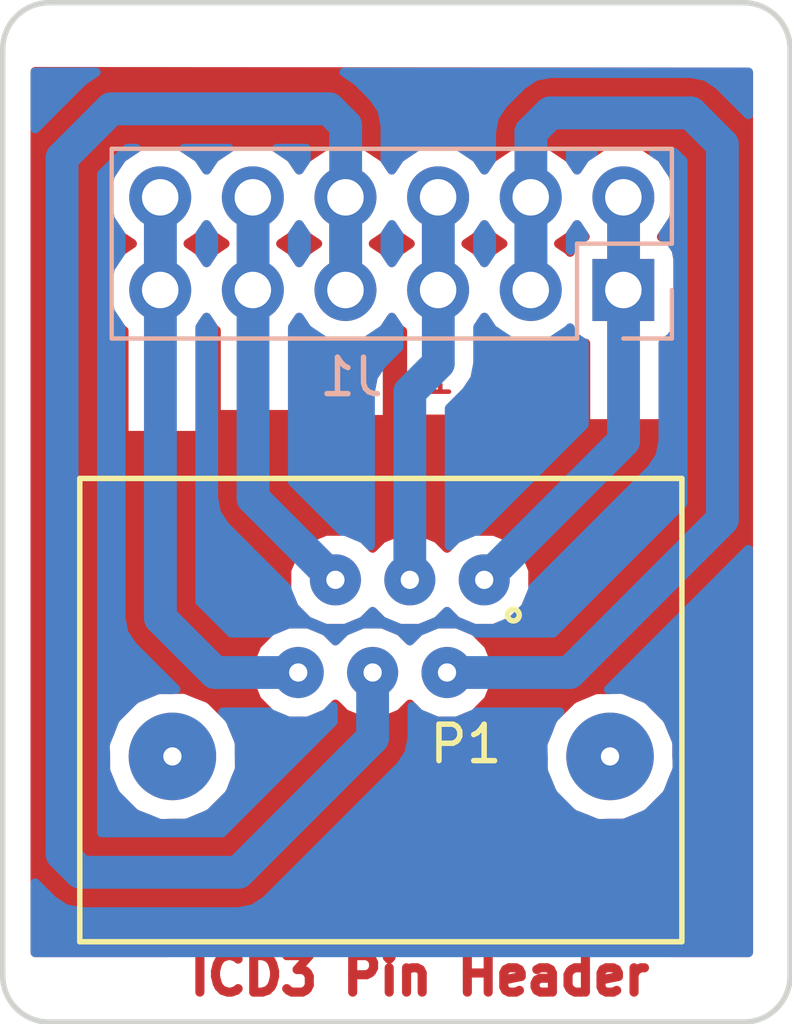
<source format=kicad_pcb>
(kicad_pcb (version 4) (host pcbnew 4.0.7)

  (general
    (links 12)
    (no_connects 0)
    (area 21.514999 16.434999 43.255001 44.525001)
    (thickness 1.6)
    (drawings 15)
    (tracks 34)
    (zones 0)
    (modules 2)
    (nets 7)
  )

  (page A4)
  (layers
    (0 F.Cu signal)
    (31 B.Cu signal)
    (32 B.Adhes user)
    (33 F.Adhes user)
    (34 B.Paste user)
    (35 F.Paste user)
    (36 B.SilkS user)
    (37 F.SilkS user)
    (38 B.Mask user)
    (39 F.Mask user)
    (40 Dwgs.User user)
    (41 Cmts.User user)
    (42 Eco1.User user)
    (43 Eco2.User user)
    (44 Edge.Cuts user)
    (45 Margin user)
    (46 B.CrtYd user)
    (47 F.CrtYd user)
    (48 B.Fab user)
    (49 F.Fab user)
  )

  (setup
    (last_trace_width 0.25)
    (user_trace_width 0.3)
    (user_trace_width 0.5)
    (user_trace_width 0.9)
    (user_trace_width 1)
    (user_trace_width 5)
    (user_trace_width 6)
    (user_trace_width 7)
    (user_trace_width 9)
    (trace_clearance 0.2)
    (zone_clearance 0.508)
    (zone_45_only no)
    (trace_min 0.2)
    (segment_width 0.2)
    (edge_width 0.15)
    (via_size 0.6)
    (via_drill 0.4)
    (via_min_size 0.4)
    (via_min_drill 0.3)
    (uvia_size 0.3)
    (uvia_drill 0.1)
    (uvias_allowed no)
    (uvia_min_size 0.2)
    (uvia_min_drill 0.1)
    (pcb_text_width 0.3)
    (pcb_text_size 1.5 1.5)
    (mod_edge_width 0.15)
    (mod_text_size 1 1)
    (mod_text_width 0.15)
    (pad_size 1.7 1.7)
    (pad_drill 1)
    (pad_to_mask_clearance 0.2)
    (aux_axis_origin 44.45 16.51)
    (visible_elements 7FFFFFFF)
    (pcbplotparams
      (layerselection 0x310f0_80000001)
      (usegerberextensions true)
      (usegerberattributes true)
      (excludeedgelayer true)
      (linewidth 0.100000)
      (plotframeref false)
      (viasonmask false)
      (mode 1)
      (useauxorigin true)
      (hpglpennumber 1)
      (hpglpenspeed 20)
      (hpglpendiameter 15)
      (hpglpenoverlay 2)
      (psnegative false)
      (psa4output false)
      (plotreference false)
      (plotvalue false)
      (plotinvisibletext false)
      (padsonsilk false)
      (subtractmaskfromsilk false)
      (outputformat 1)
      (mirror false)
      (drillshape 0)
      (scaleselection 1)
      (outputdirectory ../gerber/))
  )

  (net 0 "")
  (net 1 pin5)
  (net 2 pin6)
  (net 3 pin4)
  (net 4 pin3)
  (net 5 pin2)
  (net 6 pin1)

  (net_class Default "This is the default net class."
    (clearance 0.2)
    (trace_width 0.25)
    (via_dia 0.6)
    (via_drill 0.4)
    (uvia_dia 0.3)
    (uvia_drill 0.1)
    (add_net pin1)
    (add_net pin2)
    (add_net pin3)
    (add_net pin4)
    (add_net pin5)
    (add_net pin6)
  )

  (module rj12connector:myRJ12 (layer F.Cu) (tedit 59CD1AA6) (tstamp 59CCDEB6)
    (at 29.6926 34.86912)
    (path /59CCD932)
    (fp_text reference P1 (at 4.5974 1.96088) (layer F.SilkS)
      (effects (font (size 1 1) (thickness 0.15)))
    )
    (fp_text value RJ12_Housing (at 4.5974 4.50088) (layer F.Fab)
      (effects (font (size 1 1) (thickness 0.15)))
    )
    (fp_line (start -5.99 -5.32) (end -5.99 7.38) (layer F.SilkS) (width 0.15))
    (fp_line (start -5.99 7.38) (end 10.52 7.38) (layer F.SilkS) (width 0.15))
    (fp_line (start 10.52 7.38) (end 10.52 -5.32) (layer F.SilkS) (width 0.15))
    (fp_line (start 10.52 -5.32) (end -5.99 -5.32) (layer F.SilkS) (width 0.15))
    (fp_circle (center 5.9 -1.575) (end 6 -1.7) (layer F.SilkS) (width 0.15))
    (pad "" np_thru_hole circle (at 8.55 2.3) (size 2.4 2.4) (drill 0.5) (layers *.Cu *.Mask))
    (pad "" np_thru_hole circle (at -3.45 2.3) (size 2.4 2.4) (drill 0.5) (layers *.Cu *.Mask))
    (pad 1 thru_hole circle (at 5.1 -2.54) (size 1.4 1.4) (drill 0.5) (layers *.Cu *.Mask)
      (net 6 pin1))
    (pad 3 thru_hole circle (at 3.06 -2.54) (size 1.4 1.4) (drill 0.5) (layers *.Cu *.Mask)
      (net 4 pin3))
    (pad 5 thru_hole circle (at 1.02 -2.54) (size 1.4 1.4) (drill 0.5) (layers *.Cu *.Mask)
      (net 1 pin5))
    (pad 2 thru_hole circle (at 4.08 0) (size 1.4 1.4) (drill 0.5) (layers *.Cu *.Mask)
      (net 5 pin2))
    (pad 4 thru_hole circle (at 2.04 0) (size 1.4 1.4) (drill 0.5) (layers *.Cu *.Mask)
      (net 3 pin4))
    (pad 6 thru_hole circle (at 0 0) (size 1.4 1.4) (drill 0.5) (layers *.Cu *.Mask)
      (net 2 pin6))
  )

  (module Pin_Headers:Pin_Header_Straight_2x06_Pitch2.54mm (layer B.Cu) (tedit 59D0A9B3) (tstamp 59CCDED4)
    (at 38.608 24.384 90)
    (descr "Through hole straight pin header, 2x06, 2.54mm pitch, double rows")
    (tags "Through hole pin header THT 2x06 2.54mm double row")
    (path /59CCD3BF)
    (fp_text reference J1 (at -2.386 -7.458 360) (layer B.SilkS)
      (effects (font (size 1 1) (thickness 0.15)) (justify mirror))
    )
    (fp_text value Conn_02x06_Top_Bottom (at 6.604 -5.588 180) (layer B.Fab) hide
      (effects (font (size 1 1) (thickness 0.15)) (justify mirror))
    )
    (fp_line (start 0 1.27) (end 3.81 1.27) (layer B.Fab) (width 0.1))
    (fp_line (start 3.81 1.27) (end 3.81 -13.97) (layer B.Fab) (width 0.1))
    (fp_line (start 3.81 -13.97) (end -1.27 -13.97) (layer B.Fab) (width 0.1))
    (fp_line (start -1.27 -13.97) (end -1.27 0) (layer B.Fab) (width 0.1))
    (fp_line (start -1.27 0) (end 0 1.27) (layer B.Fab) (width 0.1))
    (fp_line (start -1.33 -14.03) (end 3.87 -14.03) (layer B.SilkS) (width 0.12))
    (fp_line (start -1.33 -1.27) (end -1.33 -14.03) (layer B.SilkS) (width 0.12))
    (fp_line (start 3.87 1.33) (end 3.87 -14.03) (layer B.SilkS) (width 0.12))
    (fp_line (start -1.33 -1.27) (end 1.27 -1.27) (layer B.SilkS) (width 0.12))
    (fp_line (start 1.27 -1.27) (end 1.27 1.33) (layer B.SilkS) (width 0.12))
    (fp_line (start 1.27 1.33) (end 3.87 1.33) (layer B.SilkS) (width 0.12))
    (fp_line (start -1.33 0) (end -1.33 1.33) (layer B.SilkS) (width 0.12))
    (fp_line (start -1.33 1.33) (end 0 1.33) (layer B.SilkS) (width 0.12))
    (fp_line (start -1.8 1.8) (end -1.8 -14.5) (layer B.CrtYd) (width 0.05))
    (fp_line (start -1.8 -14.5) (end 4.35 -14.5) (layer B.CrtYd) (width 0.05))
    (fp_line (start 4.35 -14.5) (end 4.35 1.8) (layer B.CrtYd) (width 0.05))
    (fp_line (start 4.35 1.8) (end -1.8 1.8) (layer B.CrtYd) (width 0.05))
    (fp_text user %R (at 1.27 -6.35 360) (layer B.Fab)
      (effects (font (size 1 1) (thickness 0.15)) (justify mirror))
    )
    (pad 1 thru_hole rect (at 0 0 90) (size 1.7 1.7) (drill 1) (layers *.Cu *.Mask)
      (net 6 pin1))
    (pad 7 thru_hole oval (at 2.54 0 90) (size 1.7 1.7) (drill 1) (layers *.Cu *.Mask)
      (net 6 pin1))
    (pad 2 thru_hole oval (at 0 -2.54 90) (size 1.7 1.7) (drill 1) (layers *.Cu *.Mask)
      (net 5 pin2))
    (pad 8 thru_hole oval (at 2.54 -2.54 90) (size 1.7 1.7) (drill 1) (layers *.Cu *.Mask)
      (net 5 pin2))
    (pad 3 thru_hole oval (at 0 -5.08 90) (size 1.7 1.7) (drill 1) (layers *.Cu *.Mask)
      (net 4 pin3))
    (pad 9 thru_hole oval (at 2.54 -5.08 90) (size 1.7 1.7) (drill 1) (layers *.Cu *.Mask)
      (net 4 pin3))
    (pad 4 thru_hole oval (at 0 -7.62 90) (size 1.7 1.7) (drill 1) (layers *.Cu *.Mask)
      (net 3 pin4))
    (pad 10 thru_hole oval (at 2.54 -7.62 90) (size 1.7 1.7) (drill 1) (layers *.Cu *.Mask)
      (net 3 pin4))
    (pad 5 thru_hole oval (at 0 -10.16 90) (size 1.7 1.7) (drill 1) (layers *.Cu *.Mask)
      (net 1 pin5))
    (pad 11 thru_hole oval (at 2.54 -10.16 90) (size 1.7 1.7) (drill 1) (layers *.Cu *.Mask)
      (net 1 pin5))
    (pad 6 thru_hole oval (at 0 -12.7 90) (size 1.7 1.7) (drill 1) (layers *.Cu *.Mask)
      (net 2 pin6))
    (pad 12 thru_hole oval (at 2.54 -12.7 90) (size 1.7 1.7) (drill 1) (layers *.Cu *.Mask)
      (net 2 pin6))
    (model ${KISYS3DMOD}/Pin_Headers.3dshapes/Pin_Header_Straight_2x06_Pitch2.54mm.wrl
      (at (xyz 0 0 0))
      (scale (xyz 1 1 1))
      (rotate (xyz 0 0 0))
    )
  )

  (gr_text MCLR (at 25.96 26.75 90) (layer F.Cu)
    (effects (font (size 0.5 0.5) (thickness 0.125)))
  )
  (gr_text VDD (at 28.49 26.45 90) (layer F.Cu)
    (effects (font (size 0.5 0.5) (thickness 0.125)))
  )
  (gr_text GND (at 31.04 26.54 90) (layer F.Cu)
    (effects (font (size 0.5 0.5) (thickness 0.125)))
  )
  (gr_text PGD (at 33.6 26.54 90) (layer F.Cu)
    (effects (font (size 0.5 0.5) (thickness 0.125)))
  )
  (gr_text PGC (at 36.22 26.63 90) (layer F.Cu)
    (effects (font (size 0.5 0.5) (thickness 0.125)))
  )
  (gr_text PGM (at 38.62 26.63 90) (layer F.Cu)
    (effects (font (size 0.5 0.5) (thickness 0.125)))
  )
  (gr_text "ICD3 Pin Header" (at 33.02 43.18) (layer F.Cu)
    (effects (font (size 1 1) (thickness 0.25)))
  )
  (gr_line (start 22.86 44.45) (end 41.91 44.45) (angle 90) (layer Edge.Cuts) (width 0.15))
  (gr_line (start 21.59 17.78) (end 21.59 43.18) (angle 90) (layer Edge.Cuts) (width 0.15))
  (gr_line (start 41.91 16.51) (end 22.86 16.51) (angle 90) (layer Edge.Cuts) (width 0.15))
  (gr_line (start 43.18 43.18) (end 43.18 17.78) (angle 90) (layer Edge.Cuts) (width 0.15))
  (gr_arc (start 41.91 43.18) (end 43.18 43.18) (angle 90) (layer Edge.Cuts) (width 0.15))
  (gr_arc (start 22.86 43.18) (end 22.86 44.45) (angle 90) (layer Edge.Cuts) (width 0.15))
  (gr_arc (start 41.91 17.78) (end 41.91 16.51) (angle 90) (layer Edge.Cuts) (width 0.15))
  (gr_arc (start 22.86 17.78) (end 21.59 17.78) (angle 90) (layer Edge.Cuts) (width 0.15))

  (segment (start 28.45308 22.15642) (end 28.45308 24.69642) (width 0.9) (layer B.Cu) (net 1))
  (segment (start 30.7126 32.32912) (end 30.69082 32.32912) (width 0.9) (layer F.Cu) (net 1))
  (segment (start 30.69082 32.32912) (end 28.45308 30.09138) (width 0.9) (layer B.Cu) (net 1) (tstamp 59CCE157))
  (segment (start 28.45308 30.09138) (end 28.45308 22.15642) (width 0.9) (layer B.Cu) (net 1) (tstamp 59CCE158))
  (segment (start 25.91308 22.15642) (end 25.91308 24.69642) (width 0.9) (layer B.Cu) (net 2))
  (segment (start 29.6926 34.86912) (end 27.40914 34.86912) (width 0.9) (layer B.Cu) (net 2))
  (segment (start 25.91308 33.37306) (end 25.91308 22.15642) (width 0.9) (layer B.Cu) (net 2) (tstamp 59CCE140))
  (segment (start 27.40914 34.86912) (end 25.91308 33.37306) (width 0.9) (layer B.Cu) (net 2) (tstamp 59CCE13F))
  (segment (start 30.99308 22.15642) (end 30.99308 24.69642) (width 0.9) (layer B.Cu) (net 3))
  (segment (start 31.7326 34.86912) (end 31.7326 36.66452) (width 0.9) (layer B.Cu) (net 3))
  (segment (start 30.99308 19.87296) (end 30.99308 24.69642) (width 0.9) (layer B.Cu) (net 3) (tstamp 59CCE153))
  (segment (start 30.53842 19.4183) (end 30.99308 19.87296) (width 0.9) (layer B.Cu) (net 3) (tstamp 59CCE152))
  (segment (start 24.55926 19.4183) (end 30.53842 19.4183) (width 0.9) (layer B.Cu) (net 3) (tstamp 59CCE151))
  (segment (start 23.21814 20.75942) (end 24.55926 19.4183) (width 0.9) (layer B.Cu) (net 3) (tstamp 59CCE150))
  (segment (start 23.21814 39.84244) (end 23.21814 20.75942) (width 0.9) (layer B.Cu) (net 3) (tstamp 59CCE14F))
  (segment (start 23.72106 40.34536) (end 23.21814 39.84244) (width 0.9) (layer B.Cu) (net 3) (tstamp 59CCE14E))
  (segment (start 28.05176 40.34536) (end 23.72106 40.34536) (width 0.9) (layer B.Cu) (net 3) (tstamp 59CCE14C))
  (segment (start 31.7326 36.66452) (end 28.05176 40.34536) (width 0.9) (layer B.Cu) (net 3) (tstamp 59CCE14B))
  (segment (start 33.53308 22.15642) (end 33.53308 24.69642) (width 0.9) (layer B.Cu) (net 4))
  (segment (start 32.7526 32.32912) (end 32.7526 27.1787) (width 0.9) (layer B.Cu) (net 4))
  (segment (start 33.53308 26.39822) (end 33.53308 22.15642) (width 0.9) (layer B.Cu) (net 4) (tstamp 59CCE137))
  (segment (start 32.7526 27.1787) (end 33.53308 26.39822) (width 0.9) (layer B.Cu) (net 4) (tstamp 59CCE136))
  (segment (start 36.07308 22.15642) (end 36.07308 24.69642) (width 0.9) (layer B.Cu) (net 5))
  (segment (start 33.7726 34.86912) (end 37.13226 34.86912) (width 0.9) (layer B.Cu) (net 5))
  (segment (start 36.07308 20.05838) (end 36.07308 24.69642) (width 0.9) (layer B.Cu) (net 5) (tstamp 59CCE132))
  (segment (start 36.6014 19.53006) (end 36.07308 20.05838) (width 0.9) (layer B.Cu) (net 5) (tstamp 59CCE131))
  (segment (start 40.45712 19.53006) (end 36.6014 19.53006) (width 0.9) (layer B.Cu) (net 5) (tstamp 59CCE130))
  (segment (start 41.32326 20.3962) (end 40.45712 19.53006) (width 0.9) (layer B.Cu) (net 5) (tstamp 59CCE12F))
  (segment (start 41.32326 30.67812) (end 41.32326 20.3962) (width 0.9) (layer B.Cu) (net 5) (tstamp 59CCE12D))
  (segment (start 37.13226 34.86912) (end 41.32326 30.67812) (width 0.9) (layer B.Cu) (net 5) (tstamp 59CCE12C))
  (segment (start 38.61308 22.15642) (end 38.61308 24.69642) (width 0.9) (layer B.Cu) (net 6))
  (segment (start 34.7926 32.32912) (end 34.8107 32.32912) (width 0.9) (layer F.Cu) (net 6))
  (segment (start 34.8107 32.32912) (end 38.61308 28.52674) (width 0.9) (layer B.Cu) (net 6) (tstamp 59CCE126))
  (segment (start 38.61308 28.52674) (end 38.61308 22.15642) (width 0.9) (layer B.Cu) (net 6) (tstamp 59CCE127))

  (zone (net 0) (net_name "") (layer B.Cu) (tstamp 0) (hatch edge 0.508)
    (connect_pads (clearance 0.508))
    (min_thickness 0.254)
    (fill yes (arc_segments 16) (thermal_gap 0.508) (thermal_bridge_width 0.508))
    (polygon
      (pts
        (xy 22.352 18.288) (xy 42.164 18.288) (xy 42.164 42.672) (xy 22.352 42.672)
      )
    )
    (filled_polygon
      (pts
        (xy 42.037 42.545) (xy 22.479 42.545) (xy 22.479 40.637722) (xy 22.953849 41.112571) (xy 23.305848 41.347769)
        (xy 23.72106 41.43036) (xy 28.05176 41.43036) (xy 28.466972 41.347769) (xy 28.818971 41.112571) (xy 32.499811 37.431731)
        (xy 32.73501 37.079731) (xy 32.8176 36.66452) (xy 32.8176 35.802077) (xy 33.015396 36.000218) (xy 33.505887 36.203888)
        (xy 34.036983 36.204351) (xy 34.527829 36.001538) (xy 34.57533 35.95412) (xy 36.862373 35.95412) (xy 36.68787 36.128319)
        (xy 36.670953 36.169059) (xy 36.657812 36.174685) (xy 36.537498 36.490455) (xy 36.407919 36.802515) (xy 36.407894 36.830605)
        (xy 36.397893 36.856854) (xy 36.407577 37.19462) (xy 36.407282 37.532523) (xy 36.418009 37.558484) (xy 36.418814 37.586563)
        (xy 36.657812 38.163555) (xy 36.670212 38.168864) (xy 36.686055 38.207206) (xy 37.201799 38.72385) (xy 37.242539 38.740767)
        (xy 37.248165 38.753908) (xy 37.563935 38.874222) (xy 37.875995 39.003801) (xy 37.904085 39.003826) (xy 37.930334 39.013827)
        (xy 38.2681 39.004143) (xy 38.606003 39.004438) (xy 38.631964 38.993711) (xy 38.660043 38.992906) (xy 39.237035 38.753908)
        (xy 39.242344 38.741508) (xy 39.280686 38.725665) (xy 39.79733 38.209921) (xy 39.814247 38.169181) (xy 39.827388 38.163555)
        (xy 39.947702 37.847785) (xy 40.077281 37.535725) (xy 40.077306 37.507635) (xy 40.087307 37.481386) (xy 40.077623 37.14362)
        (xy 40.077918 36.805717) (xy 40.067191 36.779756) (xy 40.066386 36.751677) (xy 39.827388 36.174685) (xy 39.814988 36.169376)
        (xy 39.799145 36.131034) (xy 39.283401 35.61439) (xy 39.242661 35.597473) (xy 39.237035 35.584332) (xy 38.921265 35.464018)
        (xy 38.609205 35.334439) (xy 38.581115 35.334414) (xy 38.554866 35.324413) (xy 38.2171 35.334097) (xy 38.201719 35.334083)
        (xy 42.037 31.498802)
      )
    )
    (filled_polygon
      (pts
        (xy 24.857946 20.764853) (xy 24.536039 21.246622) (xy 24.423 21.814907) (xy 24.423 21.873093) (xy 24.536039 22.441378)
        (xy 24.82808 22.878449) (xy 24.82808 23.349551) (xy 24.536039 23.786622) (xy 24.423 24.354907) (xy 24.423 24.413093)
        (xy 24.536039 24.981378) (xy 24.82808 25.418449) (xy 24.82808 33.37306) (xy 24.910671 33.788272) (xy 25.145869 34.140271)
        (xy 26.336278 35.33068) (xy 26.2171 35.334097) (xy 25.879197 35.333802) (xy 25.853236 35.344529) (xy 25.825157 35.345334)
        (xy 25.248165 35.584332) (xy 25.242856 35.596732) (xy 25.204514 35.612575) (xy 24.68787 36.128319) (xy 24.670953 36.169059)
        (xy 24.657812 36.174685) (xy 24.537498 36.490455) (xy 24.407919 36.802515) (xy 24.407894 36.830605) (xy 24.397893 36.856854)
        (xy 24.407577 37.19462) (xy 24.407282 37.532523) (xy 24.418009 37.558484) (xy 24.418814 37.586563) (xy 24.657812 38.163555)
        (xy 24.670212 38.168864) (xy 24.686055 38.207206) (xy 25.201799 38.72385) (xy 25.242539 38.740767) (xy 25.248165 38.753908)
        (xy 25.563935 38.874222) (xy 25.875995 39.003801) (xy 25.904085 39.003826) (xy 25.930334 39.013827) (xy 26.2681 39.004143)
        (xy 26.606003 39.004438) (xy 26.631964 38.993711) (xy 26.660043 38.992906) (xy 27.237035 38.753908) (xy 27.242344 38.741508)
        (xy 27.280686 38.725665) (xy 27.79733 38.209921) (xy 27.814247 38.169181) (xy 27.827388 38.163555) (xy 27.947702 37.847785)
        (xy 28.077281 37.535725) (xy 28.077306 37.507635) (xy 28.087307 37.481386) (xy 28.077623 37.14362) (xy 28.077918 36.805717)
        (xy 28.067191 36.779756) (xy 28.066386 36.751677) (xy 27.827388 36.174685) (xy 27.814988 36.169376) (xy 27.799145 36.131034)
        (xy 27.622539 35.95412) (xy 28.889378 35.95412) (xy 28.935396 36.000218) (xy 29.425887 36.203888) (xy 29.956983 36.204351)
        (xy 30.447829 36.001538) (xy 30.6476 35.802115) (xy 30.6476 36.215098) (xy 27.602338 39.26036) (xy 24.30314 39.26036)
        (xy 24.30314 21.208842) (xy 25.008682 20.5033) (xy 25.249389 20.5033)
      )
    )
    (filled_polygon
      (pts
        (xy 40.23826 20.845622) (xy 40.23826 30.228698) (xy 36.682838 33.78412) (xy 34.575822 33.78412) (xy 34.529804 33.738022)
        (xy 34.039313 33.534352) (xy 33.508217 33.533889) (xy 33.017371 33.736702) (xy 32.752467 34.001144) (xy 32.489804 33.738022)
        (xy 31.999313 33.534352) (xy 31.468217 33.533889) (xy 30.977371 33.736702) (xy 30.712467 34.001144) (xy 30.449804 33.738022)
        (xy 29.959313 33.534352) (xy 29.428217 33.533889) (xy 28.937371 33.736702) (xy 28.88987 33.78412) (xy 27.858562 33.78412)
        (xy 26.99808 32.923638) (xy 26.99808 25.403244) (xy 27.178 25.133974) (xy 27.36808 25.418449) (xy 27.36808 30.09138)
        (xy 27.450671 30.506592) (xy 27.685869 30.858591) (xy 29.377407 32.550129) (xy 29.377369 32.593503) (xy 29.580182 33.084349)
        (xy 29.955396 33.460218) (xy 30.445887 33.663888) (xy 30.976983 33.664351) (xy 31.467829 33.461538) (xy 31.732733 33.197096)
        (xy 31.995396 33.460218) (xy 32.485887 33.663888) (xy 33.016983 33.664351) (xy 33.507829 33.461538) (xy 33.772733 33.197096)
        (xy 34.035396 33.460218) (xy 34.525887 33.663888) (xy 35.056983 33.664351) (xy 35.547829 33.461538) (xy 35.923698 33.086324)
        (xy 36.127368 32.595833) (xy 36.127411 32.546831) (xy 39.380291 29.293951) (xy 39.517254 29.088971) (xy 39.615489 28.941952)
        (xy 39.69808 28.52674) (xy 39.69808 25.834097) (xy 39.909441 25.69809) (xy 40.054431 25.48589) (xy 40.10544 25.234)
        (xy 40.10544 23.534) (xy 40.061162 23.298683) (xy 39.92209 23.082559) (xy 39.70989 22.937569) (xy 39.69808 22.935177)
        (xy 39.69808 22.863244) (xy 39.979961 22.441378) (xy 40.093 21.873093) (xy 40.093 21.814907) (xy 39.979961 21.246622)
        (xy 39.658054 20.764853) (xy 39.433872 20.61506) (xy 40.007698 20.61506)
      )
    )
    (filled_polygon
      (pts
        (xy 32.44808 25.418449) (xy 32.44808 25.948798) (xy 31.985389 26.411489) (xy 31.750191 26.763488) (xy 31.6676 27.1787)
        (xy 31.6676 31.396163) (xy 31.469804 31.198022) (xy 30.979313 30.994352) (xy 30.890396 30.994274) (xy 29.53808 29.641958)
        (xy 29.53808 25.403244) (xy 29.718 25.133974) (xy 29.937946 25.463147) (xy 30.419715 25.785054) (xy 30.988 25.898093)
        (xy 31.556285 25.785054) (xy 32.038054 25.463147) (xy 32.258 25.133974)
      )
    )
    (filled_polygon
      (pts
        (xy 35.017946 25.463147) (xy 35.499715 25.785054) (xy 36.068 25.898093) (xy 36.636285 25.785054) (xy 37.118054 25.463147)
        (xy 37.14585 25.421548) (xy 37.154838 25.469317) (xy 37.29391 25.685441) (xy 37.50611 25.830431) (xy 37.52808 25.83488)
        (xy 37.52808 28.077318) (xy 34.611436 30.993962) (xy 34.528217 30.993889) (xy 34.037371 31.196702) (xy 33.8376 31.396125)
        (xy 33.8376 27.628122) (xy 34.300291 27.165431) (xy 34.535489 26.813432) (xy 34.61808 26.39822) (xy 34.61808 25.403244)
        (xy 34.798 25.133974)
      )
    )
    (filled_polygon
      (pts
        (xy 32.44808 22.878449) (xy 32.44808 23.349551) (xy 32.258 23.634026) (xy 32.07808 23.364756) (xy 32.07808 22.863244)
        (xy 32.258 22.593974)
      )
    )
    (filled_polygon
      (pts
        (xy 34.98808 22.878449) (xy 34.98808 23.349551) (xy 34.798 23.634026) (xy 34.61808 23.364756) (xy 34.61808 22.863244)
        (xy 34.798 22.593974)
      )
    )
    (filled_polygon
      (pts
        (xy 29.90808 22.878449) (xy 29.90808 23.349551) (xy 29.718 23.634026) (xy 29.53808 23.364756) (xy 29.53808 22.863244)
        (xy 29.718 22.593974)
      )
    )
    (filled_polygon
      (pts
        (xy 27.36808 22.878449) (xy 27.36808 23.349551) (xy 27.178 23.634026) (xy 26.99808 23.364756) (xy 26.99808 22.863244)
        (xy 27.178 22.593974)
      )
    )
    (filled_polygon
      (pts
        (xy 37.52808 22.878449) (xy 37.52808 22.929822) (xy 37.522683 22.930838) (xy 37.306559 23.06991) (xy 37.161569 23.28211)
        (xy 37.15808 23.299339) (xy 37.15808 22.863244) (xy 37.338 22.593974)
      )
    )
    (filled_polygon
      (pts
        (xy 42.037 19.575518) (xy 41.224331 18.762849) (xy 41.05707 18.651089) (xy 40.872332 18.527651) (xy 40.45712 18.44506)
        (xy 36.6014 18.44506) (xy 36.186188 18.527651) (xy 36.00145 18.651089) (xy 35.834189 18.762849) (xy 35.305869 19.291169)
        (xy 35.070671 19.643168) (xy 34.98808 20.05838) (xy 34.98808 20.809551) (xy 34.798 21.094026) (xy 34.578054 20.764853)
        (xy 34.096285 20.442946) (xy 33.528 20.329907) (xy 32.959715 20.442946) (xy 32.477946 20.764853) (xy 32.258 21.094026)
        (xy 32.07808 20.824756) (xy 32.07808 19.87296) (xy 31.995489 19.457748) (xy 31.760291 19.105749) (xy 31.305631 18.651089)
        (xy 30.953632 18.415891) (xy 30.949153 18.415) (xy 42.037 18.415)
      )
    )
    (filled_polygon
      (pts
        (xy 27.397946 20.764853) (xy 27.178 21.094026) (xy 26.958054 20.764853) (xy 26.566611 20.5033) (xy 27.789389 20.5033)
      )
    )
    (filled_polygon
      (pts
        (xy 29.90808 20.809551) (xy 29.718 21.094026) (xy 29.498054 20.764853) (xy 29.106611 20.5033) (xy 29.90808 20.5033)
      )
    )
    (filled_polygon
      (pts
        (xy 37.557946 20.764853) (xy 37.338 21.094026) (xy 37.15808 20.824756) (xy 37.15808 20.61506) (xy 37.782128 20.61506)
      )
    )
    (filled_polygon
      (pts
        (xy 24.144048 18.415891) (xy 23.792049 18.651089) (xy 22.479 19.964138) (xy 22.479 18.415) (xy 24.148527 18.415)
      )
    )
  )
  (zone (net 0) (net_name "") (layer F.Cu) (tstamp 0) (hatch edge 0.508)
    (connect_pads (clearance 0.508))
    (min_thickness 0.254)
    (fill yes (arc_segments 16) (thermal_gap 0.508) (thermal_bridge_width 0.508))
    (polygon
      (pts
        (xy 22.28 18.27) (xy 42.164 18.288) (xy 42.164 42.672) (xy 22.352 42.672) (xy 22.352 18.288)
        (xy 22.352 18.288)
      )
    )
    (filled_polygon
      (pts
        (xy 42.037 18.414885) (xy 42.037 42.545) (xy 39.916905 42.545) (xy 39.916905 41.72) (xy 26.123095 41.72)
        (xy 26.123095 42.545) (xy 22.479 42.545) (xy 22.479 36.856854) (xy 24.397893 36.856854) (xy 24.407577 37.19462)
        (xy 24.407282 37.532523) (xy 24.418009 37.558484) (xy 24.418814 37.586563) (xy 24.657812 38.163555) (xy 24.670212 38.168864)
        (xy 24.686055 38.207206) (xy 25.201799 38.72385) (xy 25.242539 38.740767) (xy 25.248165 38.753908) (xy 25.563935 38.874222)
        (xy 25.875995 39.003801) (xy 25.904085 39.003826) (xy 25.930334 39.013827) (xy 26.2681 39.004143) (xy 26.606003 39.004438)
        (xy 26.631964 38.993711) (xy 26.660043 38.992906) (xy 27.237035 38.753908) (xy 27.242344 38.741508) (xy 27.280686 38.725665)
        (xy 27.79733 38.209921) (xy 27.814247 38.169181) (xy 27.827388 38.163555) (xy 27.947702 37.847785) (xy 28.077281 37.535725)
        (xy 28.077306 37.507635) (xy 28.087307 37.481386) (xy 28.077623 37.14362) (xy 28.077873 36.856854) (xy 36.397893 36.856854)
        (xy 36.407577 37.19462) (xy 36.407282 37.532523) (xy 36.418009 37.558484) (xy 36.418814 37.586563) (xy 36.657812 38.163555)
        (xy 36.670212 38.168864) (xy 36.686055 38.207206) (xy 37.201799 38.72385) (xy 37.242539 38.740767) (xy 37.248165 38.753908)
        (xy 37.563935 38.874222) (xy 37.875995 39.003801) (xy 37.904085 39.003826) (xy 37.930334 39.013827) (xy 38.2681 39.004143)
        (xy 38.606003 39.004438) (xy 38.631964 38.993711) (xy 38.660043 38.992906) (xy 39.237035 38.753908) (xy 39.242344 38.741508)
        (xy 39.280686 38.725665) (xy 39.79733 38.209921) (xy 39.814247 38.169181) (xy 39.827388 38.163555) (xy 39.947702 37.847785)
        (xy 40.077281 37.535725) (xy 40.077306 37.507635) (xy 40.087307 37.481386) (xy 40.077623 37.14362) (xy 40.077918 36.805717)
        (xy 40.067191 36.779756) (xy 40.066386 36.751677) (xy 39.827388 36.174685) (xy 39.814988 36.169376) (xy 39.799145 36.131034)
        (xy 39.283401 35.61439) (xy 39.242661 35.597473) (xy 39.237035 35.584332) (xy 38.921265 35.464018) (xy 38.609205 35.334439)
        (xy 38.581115 35.334414) (xy 38.554866 35.324413) (xy 38.2171 35.334097) (xy 37.879197 35.333802) (xy 37.853236 35.344529)
        (xy 37.825157 35.345334) (xy 37.248165 35.584332) (xy 37.242856 35.596732) (xy 37.204514 35.612575) (xy 36.68787 36.128319)
        (xy 36.670953 36.169059) (xy 36.657812 36.174685) (xy 36.537498 36.490455) (xy 36.407919 36.802515) (xy 36.407894 36.830605)
        (xy 36.397893 36.856854) (xy 28.077873 36.856854) (xy 28.077918 36.805717) (xy 28.067191 36.779756) (xy 28.066386 36.751677)
        (xy 27.827388 36.174685) (xy 27.814988 36.169376) (xy 27.799145 36.131034) (xy 27.283401 35.61439) (xy 27.242661 35.597473)
        (xy 27.237035 35.584332) (xy 26.921265 35.464018) (xy 26.609205 35.334439) (xy 26.581115 35.334414) (xy 26.554866 35.324413)
        (xy 26.2171 35.334097) (xy 25.879197 35.333802) (xy 25.853236 35.344529) (xy 25.825157 35.345334) (xy 25.248165 35.584332)
        (xy 25.242856 35.596732) (xy 25.204514 35.612575) (xy 24.68787 36.128319) (xy 24.670953 36.169059) (xy 24.657812 36.174685)
        (xy 24.537498 36.490455) (xy 24.407919 36.802515) (xy 24.407894 36.830605) (xy 24.397893 36.856854) (xy 22.479 36.856854)
        (xy 22.479 35.133503) (xy 28.357369 35.133503) (xy 28.560182 35.624349) (xy 28.935396 36.000218) (xy 29.425887 36.203888)
        (xy 29.956983 36.204351) (xy 30.447829 36.001538) (xy 30.712733 35.737096) (xy 30.975396 36.000218) (xy 31.465887 36.203888)
        (xy 31.996983 36.204351) (xy 32.487829 36.001538) (xy 32.752733 35.737096) (xy 33.015396 36.000218) (xy 33.505887 36.203888)
        (xy 34.036983 36.204351) (xy 34.527829 36.001538) (xy 34.903698 35.626324) (xy 35.107368 35.135833) (xy 35.107831 34.604737)
        (xy 34.905018 34.113891) (xy 34.529804 33.738022) (xy 34.039313 33.534352) (xy 33.508217 33.533889) (xy 33.017371 33.736702)
        (xy 32.752467 34.001144) (xy 32.489804 33.738022) (xy 31.999313 33.534352) (xy 31.468217 33.533889) (xy 30.977371 33.736702)
        (xy 30.712467 34.001144) (xy 30.449804 33.738022) (xy 29.959313 33.534352) (xy 29.428217 33.533889) (xy 28.937371 33.736702)
        (xy 28.561502 34.111916) (xy 28.357832 34.602407) (xy 28.357369 35.133503) (xy 22.479 35.133503) (xy 22.479 32.593503)
        (xy 29.377369 32.593503) (xy 29.580182 33.084349) (xy 29.955396 33.460218) (xy 30.445887 33.663888) (xy 30.976983 33.664351)
        (xy 31.467829 33.461538) (xy 31.732733 33.197096) (xy 31.995396 33.460218) (xy 32.485887 33.663888) (xy 33.016983 33.664351)
        (xy 33.507829 33.461538) (xy 33.772733 33.197096) (xy 34.035396 33.460218) (xy 34.525887 33.663888) (xy 35.056983 33.664351)
        (xy 35.547829 33.461538) (xy 35.923698 33.086324) (xy 36.127368 32.595833) (xy 36.127831 32.064737) (xy 35.925018 31.573891)
        (xy 35.549804 31.198022) (xy 35.059313 30.994352) (xy 34.528217 30.993889) (xy 34.037371 31.196702) (xy 33.772467 31.461144)
        (xy 33.509804 31.198022) (xy 33.019313 30.994352) (xy 32.488217 30.993889) (xy 31.997371 31.196702) (xy 31.732467 31.461144)
        (xy 31.469804 31.198022) (xy 30.979313 30.994352) (xy 30.448217 30.993889) (xy 29.957371 31.196702) (xy 29.581502 31.571916)
        (xy 29.377832 32.062407) (xy 29.377369 32.593503) (xy 22.479 32.593503) (xy 22.479 21.814907) (xy 24.423 21.814907)
        (xy 24.423 21.873093) (xy 24.536039 22.441378) (xy 24.857946 22.923147) (xy 25.143578 23.114) (xy 24.857946 23.304853)
        (xy 24.536039 23.786622) (xy 24.423 24.354907) (xy 24.423 24.413093) (xy 24.536039 24.981378) (xy 24.857946 25.463147)
        (xy 24.9125 25.499599) (xy 24.9125 28.373095) (xy 27.0575 28.373095) (xy 27.0575 25.314315) (xy 27.178 25.133974)
        (xy 27.397946 25.463147) (xy 27.4425 25.492917) (xy 27.4425 27.799285) (xy 29.5875 27.799285) (xy 29.5875 25.329281)
        (xy 29.718 25.133974) (xy 29.937946 25.463147) (xy 29.9925 25.499599) (xy 29.9925 27.936905) (xy 32.1375 27.936905)
        (xy 32.1375 25.314315) (xy 32.258 25.133974) (xy 32.477946 25.463147) (xy 32.5525 25.512962) (xy 32.5525 27.925)
        (xy 34.6975 27.925) (xy 34.6975 25.284383) (xy 34.798 25.133974) (xy 35.017946 25.463147) (xy 35.1725 25.566416)
        (xy 35.1725 28.015) (xy 37.3175 28.015) (xy 37.3175 25.701559) (xy 37.50611 25.830431) (xy 37.5725 25.843875)
        (xy 37.5725 28.050714) (xy 39.7175 28.050714) (xy 39.7175 25.821601) (xy 39.909441 25.69809) (xy 40.054431 25.48589)
        (xy 40.10544 25.234) (xy 40.10544 23.534) (xy 40.061162 23.298683) (xy 39.92209 23.082559) (xy 39.70989 22.937569)
        (xy 39.653546 22.926159) (xy 39.658054 22.923147) (xy 39.979961 22.441378) (xy 40.093 21.873093) (xy 40.093 21.814907)
        (xy 39.979961 21.246622) (xy 39.658054 20.764853) (xy 39.176285 20.442946) (xy 38.608 20.329907) (xy 38.039715 20.442946)
        (xy 37.557946 20.764853) (xy 37.338 21.094026) (xy 37.118054 20.764853) (xy 36.636285 20.442946) (xy 36.068 20.329907)
        (xy 35.499715 20.442946) (xy 35.017946 20.764853) (xy 34.798 21.094026) (xy 34.578054 20.764853) (xy 34.096285 20.442946)
        (xy 33.528 20.329907) (xy 32.959715 20.442946) (xy 32.477946 20.764853) (xy 32.258 21.094026) (xy 32.038054 20.764853)
        (xy 31.556285 20.442946) (xy 30.988 20.329907) (xy 30.419715 20.442946) (xy 29.937946 20.764853) (xy 29.718 21.094026)
        (xy 29.498054 20.764853) (xy 29.016285 20.442946) (xy 28.448 20.329907) (xy 27.879715 20.442946) (xy 27.397946 20.764853)
        (xy 27.178 21.094026) (xy 26.958054 20.764853) (xy 26.476285 20.442946) (xy 25.908 20.329907) (xy 25.339715 20.442946)
        (xy 24.857946 20.764853) (xy 24.536039 21.246622) (xy 24.423 21.814907) (xy 22.479 21.814907) (xy 22.479 18.39718)
      )
    )
    (filled_polygon
      (pts
        (xy 35.017946 22.923147) (xy 35.303578 23.114) (xy 35.017946 23.304853) (xy 34.798 23.634026) (xy 34.578054 23.304853)
        (xy 34.292422 23.114) (xy 34.578054 22.923147) (xy 34.798 22.593974)
      )
    )
    (filled_polygon
      (pts
        (xy 32.477946 22.923147) (xy 32.763578 23.114) (xy 32.477946 23.304853) (xy 32.258 23.634026) (xy 32.038054 23.304853)
        (xy 31.752422 23.114) (xy 32.038054 22.923147) (xy 32.258 22.593974)
      )
    )
    (filled_polygon
      (pts
        (xy 29.937946 22.923147) (xy 30.223578 23.114) (xy 29.937946 23.304853) (xy 29.718 23.634026) (xy 29.498054 23.304853)
        (xy 29.212422 23.114) (xy 29.498054 22.923147) (xy 29.718 22.593974)
      )
    )
    (filled_polygon
      (pts
        (xy 27.397946 22.923147) (xy 27.683578 23.114) (xy 27.397946 23.304853) (xy 27.178 23.634026) (xy 26.958054 23.304853)
        (xy 26.672422 23.114) (xy 26.958054 22.923147) (xy 27.178 22.593974)
      )
    )
    (filled_polygon
      (pts
        (xy 37.557946 22.923147) (xy 37.559179 22.923971) (xy 37.522683 22.930838) (xy 37.306559 23.06991) (xy 37.161569 23.28211)
        (xy 37.147914 23.349541) (xy 37.118054 23.304853) (xy 36.832422 23.114) (xy 37.118054 22.923147) (xy 37.338 22.593974)
      )
    )
  )
)

</source>
